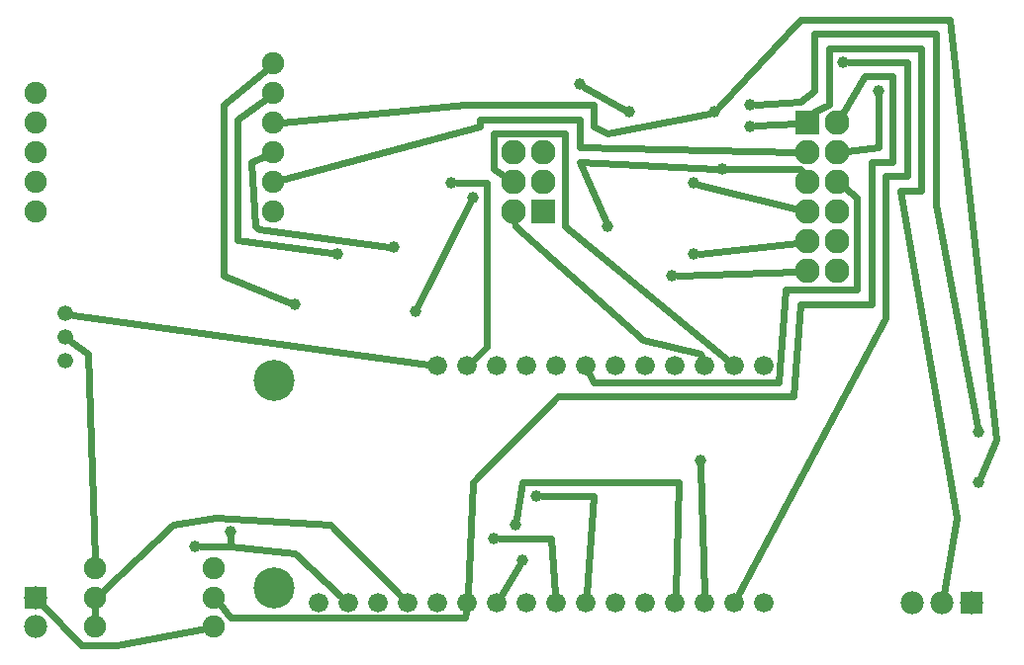
<source format=gbl>
G04 MADE WITH FRITZING*
G04 WWW.FRITZING.ORG*
G04 DOUBLE SIDED*
G04 HOLES PLATED*
G04 CONTOUR ON CENTER OF CONTOUR VECTOR*
%ASAXBY*%
%FSLAX23Y23*%
%MOIN*%
%OFA0B0*%
%SFA1.0B1.0*%
%ADD10C,0.078000*%
%ADD11C,0.083307*%
%ADD12C,0.075000*%
%ADD13C,0.138425*%
%ADD14C,0.066000*%
%ADD15C,0.052139*%
%ADD16C,0.039370*%
%ADD17R,0.078000X0.078000*%
%ADD18R,0.083307X0.083307*%
%ADD19C,0.024000*%
%LNCOPPER0*%
G90*
G70*
G54D10*
X101Y193D03*
X101Y94D03*
G54D11*
X1711Y1494D03*
X1711Y1594D03*
X1711Y1694D03*
X1811Y1494D03*
X1811Y1594D03*
X1811Y1694D03*
X2801Y1794D03*
X2801Y1694D03*
X2801Y1594D03*
X2801Y1494D03*
X2801Y1394D03*
X2801Y1294D03*
X2701Y1794D03*
X2701Y1694D03*
X2701Y1594D03*
X2701Y1494D03*
X2701Y1394D03*
X2701Y1294D03*
G54D12*
X901Y1994D03*
X901Y1894D03*
X901Y1794D03*
X901Y1694D03*
X901Y1594D03*
X901Y1494D03*
X101Y1894D03*
X101Y1794D03*
X101Y1694D03*
X101Y1594D03*
X101Y1494D03*
G54D13*
X904Y925D03*
G54D14*
X2554Y175D03*
X2454Y175D03*
X2354Y175D03*
X2254Y175D03*
X2154Y175D03*
X2054Y175D03*
X1954Y175D03*
X1854Y175D03*
X1754Y175D03*
X1654Y175D03*
X1554Y175D03*
X1454Y175D03*
X1354Y175D03*
X1254Y175D03*
X1154Y175D03*
X1054Y175D03*
X1454Y975D03*
X1554Y975D03*
X1654Y975D03*
X1754Y975D03*
X1854Y975D03*
X1954Y975D03*
X2054Y975D03*
X2154Y975D03*
X2254Y975D03*
X2354Y975D03*
X2454Y975D03*
X2554Y975D03*
G54D13*
X904Y225D03*
G54D12*
X701Y193D03*
X301Y193D03*
X701Y94D03*
X301Y94D03*
G54D10*
X3254Y175D03*
X3154Y175D03*
X3054Y175D03*
G54D15*
X201Y1151D03*
X201Y1072D03*
X201Y993D03*
G54D12*
X301Y293D03*
X701Y293D03*
G54D16*
X2940Y1903D03*
X2820Y1999D03*
X636Y367D03*
X756Y415D03*
X2508Y1783D03*
X1572Y1543D03*
X1380Y1159D03*
X1740Y319D03*
X1788Y535D03*
X2244Y1279D03*
X2412Y1639D03*
X2508Y1855D03*
X3276Y751D03*
X1308Y1375D03*
X2028Y1447D03*
X2316Y1591D03*
X2388Y1831D03*
X3276Y583D03*
X2316Y1351D03*
X1716Y439D03*
X1116Y1351D03*
X2340Y655D03*
X1932Y1927D03*
X2100Y1831D03*
X1500Y1591D03*
X972Y1183D03*
X1644Y391D03*
G54D17*
X101Y193D03*
G54D18*
X1811Y1494D03*
X2701Y1794D03*
G54D17*
X3254Y175D03*
G54D19*
X220Y1057D02*
X276Y1015D01*
X276Y1015D02*
X300Y322D01*
D02*
X1423Y979D02*
X225Y1147D01*
D02*
X1714Y1461D02*
X1716Y1447D01*
X1716Y1447D02*
X2148Y1063D01*
X2148Y1063D02*
X2340Y1015D01*
X2340Y1015D02*
X2344Y1004D01*
D02*
X673Y88D02*
X372Y31D01*
X372Y31D02*
X252Y31D01*
X252Y31D02*
X121Y171D01*
D02*
X1684Y1612D02*
X1644Y1639D01*
X1644Y1639D02*
X1644Y1759D01*
X1644Y1759D02*
X1884Y1759D01*
X1884Y1759D02*
X1884Y1447D01*
X1884Y1447D02*
X2430Y994D01*
D02*
X2833Y1698D02*
X2940Y1711D01*
X2940Y1711D02*
X2940Y1884D01*
D02*
X2827Y1574D02*
X2868Y1543D01*
X2868Y1543D02*
X2868Y1231D01*
X2868Y1231D02*
X2628Y1231D01*
X2628Y1231D02*
X2604Y919D01*
X2604Y919D02*
X1980Y919D01*
X1980Y919D02*
X1967Y947D01*
D02*
X1550Y144D02*
X1548Y127D01*
X1548Y127D02*
X756Y127D01*
X756Y127D02*
X719Y171D01*
D02*
X2817Y1822D02*
X2892Y1951D01*
X2892Y1951D02*
X2988Y1951D01*
X2988Y1951D02*
X2988Y1663D01*
X2988Y1663D02*
X2916Y1663D01*
X2916Y1663D02*
X2916Y1183D01*
X2916Y1183D02*
X2676Y1183D01*
X2676Y1183D02*
X2652Y871D01*
X2652Y871D02*
X1860Y871D01*
X1860Y871D02*
X1572Y583D01*
X1572Y583D02*
X1555Y205D01*
D02*
X2839Y1999D02*
X3036Y1999D01*
X3036Y1999D02*
X3036Y1615D01*
X3036Y1615D02*
X2964Y1615D01*
X2964Y1615D02*
X2964Y1135D01*
X2964Y1135D02*
X2468Y202D01*
D02*
X655Y367D02*
X756Y367D01*
X756Y367D02*
X972Y343D01*
X972Y343D02*
X1131Y196D01*
D02*
X756Y396D02*
X756Y367D01*
D02*
X2668Y1694D02*
X1932Y1711D01*
X1932Y1711D02*
X1932Y1807D01*
X1932Y1807D02*
X1596Y1807D01*
X1596Y1807D02*
X1596Y1783D01*
X1596Y1783D02*
X928Y1601D01*
D02*
X301Y165D02*
X301Y122D01*
D02*
X2668Y1792D02*
X2527Y1784D01*
D02*
X1332Y197D02*
X1092Y439D01*
X1092Y439D02*
X708Y463D01*
X708Y463D02*
X564Y439D01*
X564Y439D02*
X322Y213D01*
D02*
X3159Y204D02*
X3204Y463D01*
X3204Y463D02*
X3012Y1567D01*
X3012Y1567D02*
X3084Y1567D01*
X3084Y1567D02*
X3084Y2047D01*
X3084Y2047D02*
X2772Y2047D01*
X2772Y2047D02*
X2772Y1855D01*
X2772Y1855D02*
X2724Y1831D01*
X2724Y1831D02*
X2718Y1821D01*
D02*
X1564Y1526D02*
X1388Y1176D01*
D02*
X1670Y201D02*
X1730Y303D01*
D02*
X1956Y205D02*
X1980Y535D01*
X1980Y535D02*
X1807Y535D01*
D02*
X2263Y1279D02*
X2668Y1292D01*
D02*
X2685Y1622D02*
X2676Y1639D01*
X2676Y1639D02*
X2431Y1639D01*
D02*
X2527Y1856D02*
X2676Y1867D01*
X2676Y1867D02*
X2724Y1903D01*
X2724Y1903D02*
X2724Y2095D01*
X2724Y2095D02*
X3132Y2095D01*
X3132Y2095D02*
X3132Y1519D01*
X3132Y1519D02*
X3273Y770D01*
D02*
X874Y1682D02*
X828Y1663D01*
X828Y1663D02*
X840Y1447D01*
X840Y1447D02*
X852Y1435D01*
X852Y1435D02*
X1289Y1377D01*
D02*
X2020Y1464D02*
X1932Y1663D01*
X1932Y1663D02*
X2393Y1640D01*
D02*
X2669Y1502D02*
X2334Y1586D01*
D02*
X2401Y1845D02*
X2676Y2143D01*
X2676Y2143D02*
X3180Y2143D01*
X3180Y2143D02*
X3336Y727D01*
X3336Y727D02*
X3283Y600D01*
D02*
X929Y1796D02*
X1548Y1855D01*
X1548Y1855D02*
X1980Y1855D01*
X1980Y1855D02*
X1980Y1783D01*
X1980Y1783D02*
X2028Y1759D01*
X2028Y1759D02*
X2369Y1827D01*
D02*
X2668Y1390D02*
X2335Y1353D01*
D02*
X1719Y458D02*
X1740Y583D01*
X1740Y583D02*
X2268Y583D01*
X2268Y583D02*
X2255Y205D01*
D02*
X877Y1877D02*
X780Y1807D01*
X780Y1807D02*
X780Y1399D01*
X780Y1399D02*
X1097Y1354D01*
D02*
X2353Y206D02*
X2341Y636D01*
D02*
X1948Y1917D02*
X2084Y1840D01*
D02*
X1519Y1591D02*
X1620Y1591D01*
X1620Y1591D02*
X1620Y1039D01*
X1620Y1039D02*
X1576Y996D01*
D02*
X879Y1975D02*
X732Y1855D01*
X732Y1855D02*
X732Y1279D01*
X732Y1279D02*
X954Y1190D01*
D02*
X1663Y391D02*
X1836Y391D01*
X1836Y391D02*
X1851Y205D01*
G04 End of Copper0*
M02*
</source>
